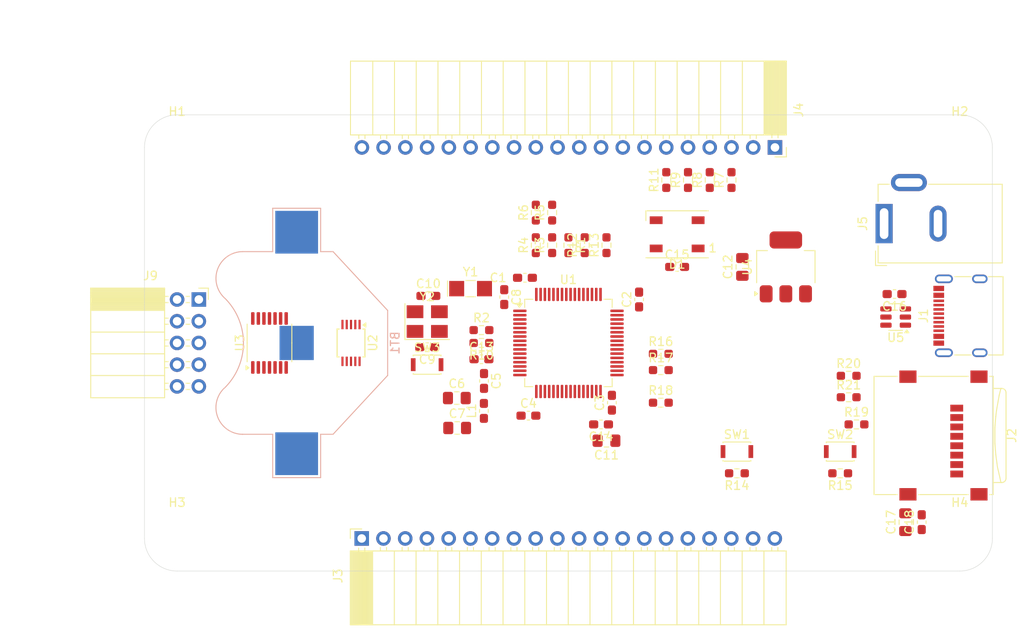
<source format=kicad_pcb>
(kicad_pcb (version 20240108) (generator "pcbnew") (generator_version "8.0")
  (title_block (title "STM32 EXPLORER BOARD") (date "2024-04-26") (rev "00") (company "Mechatronix Lab") (comment 1 "Eng. André A. M. Araújo"))
  (layers (0 "F.Cu" signal) (31 "B.Cu" signal) (34 "B.Paste" user) (35 "F.Paste" user) (36 "B.SilkS" user "B.Silkscreen") (37 "F.SilkS" user "F.Silkscreen") (38 "B.Mask" user) (39 "F.Mask" user) (44 "Edge.Cuts" user))
  (net 0 "")
  (net 2 "AIN2")
  (net 5 "AIN7")
  (net 7 "AIN0")
  (net 12 "AIN3")
  (net 18 "AIN1")
  (net 19 "AIN4")
  (net 20 "AIN6")
  (net 25 "AIN5")
  (net 26 "+3.3V")
  (net 27 "+3VBAT")
  (net 28 "+3.3VA")
  (net 29 "GND")
  (net 30 "Net-(U1-BOOT0)")
  (net 31 "Net-(C9-Pad2)")
  (net 32 "Net-(U1-PH1)")
  (net 33 "Net-(U1-PH0)")
  (net 34 "Net-(U1-PC15)")
  (net 35 "Net-(U1-PC14)")
  (net 48 "VCORE")
  (net 81 "USB D+")
  (net 83 "USB D-")
  (net 85 "I2C SCL")
  (net 100 "I2C SDA")
  (net 101 "/MCU PB8")
  (net 102 "/MCU PB9")
  (net 103 "Net-(J4-Pin_5)")
  (net 104 "Net-(J4-Pin_3)")
  (net 105 "Net-(J4-Pin_4)")
  (net 106 "SWCLK")
  (net 107 "SWDIO")
  (net 108 "SWO")
  (net 109 "Net-(J4-Pin_6)")
  (net 110 "NRST")
  (net 111 "BUTTON 2")
  (net 112 "BUTTON LEFT")
  (net 113 "BUTTON UP")
  (net 114 "BUTTON CENTER")
  (net 115 "BUTTON 1")
  (net 116 "BUTTON RIGHT")
  (net 117 "BUTTON DOWN")
  (net 118 "DEBUG TX")
  (net 119 "DEBUG RX")
  (net 120 "Net-(U1-PB6)")
  (net 121 "+5V")
  (net 122 "NEOPIXEL DOUT")
  (net 123 "NEOPIXEL DIN")
  (net 124 "Net-(U1-PB15)")
  (net 127 "VBUS")
  (net 128 "Net-(J1-D+-PadA6)")
  (net 129 "Net-(J1-D--PadA7)")
  (net 130 "Net-(L2-Pad3)")
  (net 131 "Net-(L2-Pad4)")
  (net 132 "SPI NSS")
  (net 133 "SPI SCK")
  (net 134 "Net-(J2-DAT0)")
  (net 135 "SPI MOSI")
  (net 136 "Net-(U1-PA15)")
  (net 137 "Net-(U1-PB14)")
  (net 138 "Net-(U1-PB12)")
  (net 139 "SPI MISO")
  (net 140 "Net-(J2-DAT1)")
  (net 141 "Net-(J2-DAT2)")
  (footprint "LED_SMD:LED_WS2812B_PLCC4_5.0x5.0mm_P3.2mm" (layer "F.Cu") (at 162.7 87.3 180)
    (property "Reference" "D1" (at 0 -3.5 180) (layer "F.SilkS"))
    (property "Value" "WS2812B")
    (fp_text user "1" (at -4.15 -1.6 180) (layer "F.SilkS"))
    (pad "1" smd rect (at -2.45 -1.65 180) (size 1.5 0.9) (layers "F.Cu" "F.Paste" "F.Mask") (net 121 "+5V"))
    (pad "2" smd rect (at -2.45 1.65 180) (size 1.5 0.9) (layers "F.Cu" "F.Paste" "F.Mask") (net 122 "NEOPIXEL DOUT"))
    (pad "3" smd rect (at 2.45 1.65 180) (size 1.5 0.9) (layers "F.Cu" "F.Paste" "F.Mask") (net 29 "GND"))
    (pad "4" smd rect (at 2.45 -1.65 180) (size 1.5 0.9) (layers "F.Cu" "F.Paste" "F.Mask") (net 123 "NEOPIXEL DIN"))
  )
  (footprint "Capacitor_SMD:C_0805_2012Metric_Pad1.18x1.45mm_HandSolder" (layer "F.Cu") (at 137 109.945)
    (property "Reference" "C7" (at 0 -1.68 0) (layer "F.SilkS"))
    (property "Value" "10uF 25V")
    (pad "1" smd roundrect (at -1.0375 0) (size 1.175 1.45) (layers "F.Cu" "F.Paste" "F.Mask") (roundrect_rratio 0.212766) (net 29 "GND"))
    (pad "2" smd roundrect (at 1.0375 0) (size 1.175 1.45) (layers "F.Cu" "F.Paste" "F.Mask") (roundrect_rratio 0.212766) (net 26 "+3.3V"))
  )
  (footprint "Capacitor_SMD:C_0603_1608Metric_Pad1.08x0.95mm_HandSolder" (layer "F.Cu") (at 142.5 94.6375 -90)
    (property "Reference" "C8" (at 0 -1.43 90) (layer "F.SilkS"))
    (property "Value" "100nF 50V")
    (pad "1" smd roundrect (at -0.8625 0 270) (size 1.075 0.95) (layers "F.Cu" "F.Paste" "F.Mask") (net 29 "GND"))
    (pad "2" smd roundrect (at 0.8625 0 270) (size 1.075 0.95) (layers "F.Cu" "F.Paste" "F.Mask") (net 27 "+3VBAT"))
  )
  (footprint "Resistor_SMD:R_0603_1608Metric_Pad0.98x0.95mm_HandSolder" (layer "F.Cu") (at 146.19 84.76 90)
    (property "Reference" "R6" (at 0 -1.43 270) (layer "F.SilkS"))
    (property "Value" "2.2K 1%")
    (pad "1" smd roundrect (at -0.9125 0 90) (size 0.975 0.95) (layers "F.Cu" "F.Paste" "F.Mask") (net 100 "I2C SDA"))
    (pad "2" smd roundrect (at 0.9125 0 90) (size 0.975 0.95) (layers "F.Cu" "F.Paste" "F.Mask") (net 26 "+3.3V"))
  )
  (footprint "Button_Switch_SMD:SW_SPST_CK_KXT3" (layer "F.Cu") (at 181.75 112.7)
    (property "Reference" "SW2" (at 0 -2 0) (layer "F.SilkS"))
    (property "Value" "SW_Push")
    (pad "1" smd rect (at -1.625 0) (size 0.55 1.5) (layers "F.Cu" "F.Paste" "F.Mask") (net 29 "GND"))
    (pad "2" smd rect (at 1.625 0) (size 0.55 1.5) (layers "F.Cu" "F.Paste" "F.Mask") (net 111 "BUTTON 2"))
  )
  (footprint "Package_TO_SOT_SMD:SOT-23-6" (layer "F.Cu") (at 188.2325 96.97 180)
    (property "Reference" "U5" (at 0 -2.4 180) (layer "F.SilkS"))
    (property "Value" "USBLC6-2SC6")
    (pad "1" smd roundrect (at -1.1375 -0.95 180) (size 1.325 0.6) (layers "F.Cu" "F.Paste" "F.Mask") (net 128 "Net-(J1-D+-PadA6)"))
    (pad "2" smd roundrect (at -1.1375 0 180) (size 1.325 0.6) (layers "F.Cu" "F.Paste" "F.Mask") (net 29 "GND"))
    (pad "3" smd roundrect (at -1.1375 0.95 180) (size 1.325 0.6) (layers "F.Cu" "F.Paste" "F.Mask") (net 129 "Net-(J1-D--PadA7)"))
    (pad "4" smd roundrect (at 1.1375 0.95 180) (size 1.325 0.6) (layers "F.Cu" "F.Paste" "F.Mask") (net 131 "Net-(L2-Pad4)"))
    (pad "5" smd roundrect (at 1.1375 0 180) (size 1.325 0.6) (layers "F.Cu" "F.Paste" "F.Mask") (net 127 "VBUS"))
    (pad "6" smd roundrect (at 1.1375 -0.95 180) (size 1.325 0.6) (layers "F.Cu" "F.Paste" "F.Mask") (net 130 "Net-(L2-Pad3)"))
  )
  (footprint "Resistor_SMD:R_0603_1608Metric_Pad0.98x0.95mm_HandSolder" (layer "F.Cu") (at 182.7425 106.35)
    (property "Reference" "R21" (at 0 -1.43 0) (layer "F.SilkS"))
    (property "Value" "10K 1%")
    (pad "1" smd roundrect (at -0.9125 0) (size 0.975 0.95) (layers "F.Cu" "F.Paste" "F.Mask") (net 140 "Net-(J2-DAT1)"))
    (pad "2" smd roundrect (at 0.9125 0) (size 0.975 0.95) (layers "F.Cu" "F.Paste" "F.Mask") (net 26 "+3.3V"))
  )
  (footprint "Connector_USB:USB_C_Receptacle_G-Switch_GT-USB-7010ASV" (layer "F.Cu") (at 196.99 96.825 90)
    (property "Reference" "J1" (at 0 -5.5 -90) (layer "F.SilkS"))
    (property "Value" "USB_C_Receptacle_USB2.0_16P")
    (pad "" np_thru_hole circle (at -2.89 -2.605 90) (size 0.65 0.65) (drill 0.65) (layers "*.Cu" "*.Mask"))
    (pad "" np_thru_hole circle (at 2.89 -2.605 90) (size 0.65 0.65) (drill 0.65) (layers "*.Cu" "*.Mask"))
    (pad "A1" smd rect (at -3.2 -3.725 90) (size 0.6 1.24) (layers "F.Cu" "F.Paste" "F.Mask") (net 29 "GND"))
    (pad "A4" smd rect (at -2.4 -3.725 90) (size 0.6 1.24) (layers "F.Cu" "F.Paste" "F.Mask") (net 127 "VBUS"))
    (pad "A5" smd rect (at -1.25 -3.725 90) (size 0.3 1.24) (layers "F.Cu" "F.Paste" "F.Mask"))
    (pad "A6" smd rect (at -0.25 -3.725 90) (size 0.3 1.24) (layers "F.Cu" "F.Paste" "F.Mask") (net 128 "Net-(J1-D+-PadA6)"))
    (pad "A7" smd rect (at 0.25 -3.725 90) (size 0.3 1.24) (layers "F.Cu" "F.Paste" "F.Mask") (net 129 "Net-(J1-D--PadA7)"))
    (pad "A8" smd rect (at 1.25 -3.725 90) (size 0.3 1.24) (layers "F.Cu" "F.Paste" "F.Mask"))
    (pad "A9" smd rect (at 2.4 -3.725 90) (size 0.6 1.24) (layers "F.Cu" "F.Paste" "F.Mask") (net 127 "VBUS"))
    (pad "A12" smd rect (at 3.2 -3.725 90) (size 0.6 1.24) (layers "F.Cu" "F.Paste" "F.Mask") (net 29 "GND"))
    (pad "B1" smd rect (at 3.2 -3.725 90) (size 0.6 1.24) (layers "F.Cu" "F.Paste" "F.Mask") (net 29 "GND"))
    (pad "B4" smd rect (at 2.4 -3.725 90) (size 0.6 1.24) (layers "F.Cu" "F.Paste" "F.Mask") (net 127 "VBUS"))
    (pad "B5" smd rect (at 1.75 -3.725 90) (size 0.3 1.24) (layers "F.Cu" "F.Paste" "F.Mask"))
    (pad "B6" smd rect (at 0.75 -3.725 90) (size 0.3 1.24) (layers "F.Cu" "F.Paste" "F.Mask") (net 128 "Net-(J1-D+-PadA6)"))
    (pad "B7" smd rect (at -0.75 -3.725 90) (size 0.3 1.24) (layers "F.Cu" "F.Paste" "F.Mask") (net 129 "Net-(J1-D--PadA7)"))
    (pad "B8" smd rect (at -1.75 -3.725 90) (size 0.3 1.24) (layers "F.Cu" "F.Paste" "F.Mask"))
    (pad "B9" smd rect (at -2.4 -3.725 90) (size 0.6 1.24) (layers "F.Cu" "F.Paste" "F.Mask") (net 127 "VBUS"))
    (pad "B12" smd rect (at -3.2 -3.725 90) (size 0.6 1.24) (layers "F.Cu" "F.Paste" "F.Mask") (net 29 "GND"))
    (pad "S1" thru_hole oval (at -4.32 -3.125 90) (size 1 2.1) (drill oval 0.6 1.7) (layers "*.Cu" "*.Mask"))
    (pad "S1" thru_hole oval (at -4.32 1.075 90) (size 1 1.8) (drill oval 0.6 1.4) (layers "*.Cu" "*.Mask"))
    (pad "S1" thru_hole oval (at 4.32 -3.125 90) (size 1 2.1) (drill oval 0.6 1.7) (layers "*.Cu" "*.Mask"))
    (pad "S1" thru_hole oval (at 4.32 1.075 90) (size 1 1.8) (drill oval 0.6 1.4) (layers "*.Cu" "*.Mask"))
  )
  (footprint "Package_SO:TSSOP-10_3x3mm_P0.5mm" (layer "F.Cu") (at 124.6 100 -90)
    (property "Reference" "U2" (at 0 -2.55 90) (layer "F.SilkS"))
    (property "Value" "ADS1115IDGS")
    (pad "1" smd rect (at -2.15 -1 270) (size 1.1 0.25) (layers "F.Cu" "F.Paste" "F.Mask"))
    (pad "2" smd rect (at -2.15 -0.5 270) (size 1.1 0.25) (layers "F.Cu" "F.Paste" "F.Mask"))
    (pad "3" smd rect (at -2.15 0 270) (size 1.1 0.25) (layers "F.Cu" "F.Paste" "F.Mask") (net 29 "GND"))
    (pad "4" smd rect (at -2.15 0.5 270) (size 1.1 0.25) (layers "F.Cu" "F.Paste" "F.Mask"))
    (pad "5" smd rect (at -2.15 1 270) (size 1.1 0.25) (layers "F.Cu" "F.Paste" "F.Mask"))
    (pad "6" smd rect (at 2.15 1 270) (size 1.1 0.25) (layers "F.Cu" "F.Paste" "F.Mask"))
    (pad "7" smd rect (at 2.15 0.5 270) (size 1.1 0.25) (layers "F.Cu" "F.Paste" "F.Mask"))
    (pad "8" smd rect (at 2.15 0 270) (size 1.1 0.25) (layers "F.Cu" "F.Paste" "F.Mask") (net 26 "+3.3V"))
    (pad "9" smd rect (at 2.15 -0.5 270) (size 1.1 0.25) (layers "F.Cu" "F.Paste" "F.Mask") (net 100 "I2C SDA"))
    (pad "10" smd rect (at 2.15 -1 270) (size 1.1 0.25) (layers "F.Cu" "F.Paste" "F.Mask") (net 85 "I2C SCL"))
  )
  (footprint "Resistor_SMD:R_0603_1608Metric_Pad0.98x0.95mm_HandSolder" (layer "F.Cu") (at 139.84 98.5)
    (property "Reference" "R2" (at 0 -1.43 0) (layer "F.SilkS"))
    (property "Value" "0R")
    (pad "1" smd roundrect (at -0.9125 0) (size 0.975 0.95) (layers "F.Cu" "F.Paste" "F.Mask") (net 31 "Net-(C9-Pad2)"))
    (pad "2" smd roundrect (at 0.9125 0) (size 0.975 0.95) (layers "F.Cu" "F.Paste" "F.Mask") (net 32 "Net-(U1-PH1)"))
  )
  (footprint "Connector_BarrelJack:BarrelJack_GCT_DCJ200-10-A_Horizontal" (layer "F.Cu") (at 186.88 86.045 90)
    (property "Reference" "J5" (at 0 -2.5 90) (layer "F.SilkS"))
    (property "Value" "Jack-DC")
    (pad "1" thru_hole rect (at 0 0 90) (size 4.6 2) (drill oval 3.6 1) (layers "*.Cu" "*.Mask"))
    (pad "2" thru_hole oval (at 0 6.3 90) (size 4.2 2) (drill oval 3.2 1) (layers "*.Cu" "*.Mask"))
    (pad "3" thru_hole oval (at 4.8 2.9 90) (size 2 4.2) (drill oval 1 3.2) (layers "*.Cu" "*.Mask"))
  )
  (footprint "Resistor_SMD:R_0603_1608Metric_Pad0.98x0.95mm_HandSolder" (layer "F.Cu") (at 139.84 100 180)
    (property "Reference" "R10" (at 0 -1.43 180) (layer "F.SilkS"))
    (property "Value" "10K 1%")
    (pad "1" smd roundrect (at -0.9125 0 180) (size 0.975 0.95) (layers "F.Cu" "F.Paste" "F.Mask") (net 110 "NRST"))
    (pad "2" smd roundrect (at 0.9125 0 180) (size 0.975 0.95) (layers "F.Cu" "F.Paste" "F.Mask") (net 26 "+3.3V"))
  )
  (footprint "Capacitor_SMD:C_0603_1608Metric_Pad1.08x0.95mm_HandSolder" (layer "F.Cu") (at 145.3275 108.5)
    (property "Reference" "C4" (at 0 -1.43 0) (layer "F.SilkS"))
    (property "Value" "100nF 50V")
    (pad "1" smd roundrect (at -0.8625 0) (size 1.075 0.95) (layers "F.Cu" "F.Paste" "F.Mask") (net 29 "GND"))
    (pad "2" smd roundrect (at 0.8625 0) (size 1.075 0.95) (layers "F.Cu" "F.Paste" "F.Mask") (net 26 "+3.3V"))
  )
  (footprint "Package_QFP:LQFP-64_10x10mm_P0.5mm" (layer "F.Cu") (at 150 100)
    (property "Reference" "U1" (at 0 -7.4 0) (layer "F.SilkS"))
    (property "Value" "STM32F411RETx")
    (pad "1" smd roundrect (at -5.675 -3.75) (size 1.55 0.3) (layers "F.Cu" "F.Paste" "F.Mask") (net 27 "+3VBAT"))
    (pad "2" smd roundrect (at -5.675 -3.25) (size 1.55 0.3) (layers "F.Cu" "F.Paste" "F.Mask"))
    (pad "3" smd roundrect (at -5.675 -2.75) (size 1.55 0.3) (layers "F.Cu" "F.Paste" "F.Mask") (net 35 "Net-(U1-PC14)"))
    (pad "4" smd roundrect (at -5.675 -2.25) (size 1.55 0.3) (layers "F.Cu" "F.Paste" "F.Mask") (net 34 "Net-(U1-PC15)"))
    (pad "5" smd roundrect (at -5.675 -1.75) (size 1.55 0.3) (layers "F.Cu" "F.Paste" "F.Mask") (net 33 "Net-(U1-PH0)"))
    (pad "6" smd roundrect (at -5.675 -1.25) (size 1.55 0.3) (layers "F.Cu" "F.Paste" "F.Mask") (net 32 "Net-(U1-PH1)"))
    (pad "7" smd roundrect (at -5.675 -0.75) (size 1.55 0.3) (layers "F.Cu" "F.Paste" "F.Mask") (net 110 "NRST"))
    (pad "8" smd roundrect (at -5.675 -0.25) (size 1.55 0.3) (layers "F.Cu" "F.Paste" "F.Mask"))
    (pad "9" smd roundrect (at -5.675 0.25) (size 1.55 0.3) (layers "F.Cu" "F.Paste" "F.Mask"))
    (pad "10" smd roundrect (at -5.675 0.75) (size 1.55 0.3) (layers "F.Cu" "F.Paste" "F.Mask"))
    (pad "11" smd roundrect (at -5.675 1.25) (size 1.55 0.3) (layers "F.Cu" "F.Paste" "F.Mask"))
    (pad "12" smd roundrect (at -5.675 1.75) (size 1.55 0.3) (layers "F.Cu" "F.Paste" "F.Mask") (net 29 "GND"))
    (pad "13" smd roundrect (at -5.675 2.25) (size 1.55 0.3) (layers "F.Cu" "F.Paste" "F.Mask") (net 28 "+3.3VA"))
    (pad "14" smd roundrect (at -5.675 2.75) (size 1.55 0.3) (layers "F.Cu" "F.Paste" "F.Mask") (net 7 "AIN0"))
    (pad "15" smd roundrect (at -5.675 3.25) (size 1.55 0.3) (layers "F.Cu" "F.Paste" "F.Mask") (net 18 "AIN1"))
    (pad "16" smd roundrect (at -5.675 3.75) (size 1.55 0.3) (layers "F.Cu" "F.Paste" "F.Mask") (net 2 "AIN2"))
    (pad "17" smd roundrect (at -3.75 5.675) (size 0.3 1.55) (layers "F.Cu" "F.Paste" "F.Mask") (net 12 "AIN3"))
    (pad "18" smd roundrect (at -3.25 5.675) (size 0.3 1.55) (layers "F.Cu" "F.Paste" "F.Mask") (net 29 "GND"))
    (pad "19" smd roundrect (at -2.75 5.675) (size 0.3 1.55) (layers "F.Cu" "F.Paste" "F.Mask") (net 26 "+3.3V"))
    (pad "20" smd roundrect (at -2.25 5.675) (size 0.3 1.55) (layers "F.Cu" "F.Paste" "F.Mask") (net 19 "AIN4"))
    (pad "21" smd roundrect (at -1.75 5.675) (size 0.3 1.55) (layers "F.Cu" "F.Paste" "F.Mask") (net 25 "AIN5"))
    (pad "22" smd roundrect (at -1.25 5.675) (size 0.3 1.55) (layers "F.Cu" "F.Paste" "F.Mask") (net 20 "AIN6"))
    (pad "23" smd roundrect (at -0.75 5.675) (size 0.3 1.55) (layers "F.Cu" "F.Paste" "F.Mask") (net 5 "AIN7"))
    (pad "24" smd roundrect (at -0.25 5.675) (size 0.3 1.55) (layers "F.Cu" "F.Paste" "F.Mask") (net 112 "BUTTON LEFT"))
    (pad "25" smd roundrect (at 0.25 5.675) (size 0.3 1.55) (layers "F.Cu" "F.Paste" "F.Mask") (net 116 "BUTTON RIGHT"))
    (pad "26" smd roundrect (at 0.75 5.675) (size 0.3 1.55) (layers "F.Cu" "F.Paste" "F.Mask") (net 113 "BUTTON UP"))
    (pad "27" smd roundrect (at 1.25 5.675) (size 0.3 1.55) (layers "F.Cu" "F.Paste" "F.Mask") (net 117 "BUTTON DOWN"))
    (pad "28" smd roundrect (at 1.75 5.675) (size 0.3 1.55) (layers "F.Cu" "F.Paste" "F.Mask") (net 114 "BUTTON CENTER"))
    (pad "29" smd roundrect (at 2.25 5.675) (size 0.3 1.55) (layers "F.Cu" "F.Paste" "F.Mask"))
    (pad "30" smd roundrect (at 2.75 5.675) (size 0.3 1.55) (layers "F.Cu" "F.Paste" "F.Mask") (net 48 "VCORE"))
    (pad "31" smd roundrect (at 3.25 5.675) (size 0.3 1.55) (layers "F.Cu" "F.Paste" "F.Mask") (net 29 "GND"))
    (pad "32" smd roundrect (at 3.75 5.675) (size 0.3 1.55) (layers "F.Cu" "F.Paste" "F.Mask") (net 26 "+3.3V"))
    (pad "33" smd roundrect (at 5.675 3.75) (size 1.55 0.3) (layers "F.Cu" "F.Paste" "F.Mask") (net 138 "Net-(U1-PB12)"))
    (pad "34" smd roundrect (at 5.675 3.25) (size 1.55 0.3) (layers "F.Cu" "F.Paste" "F.Mask") (net 139 "SPI MISO"))
    (pad "35" smd roundrect (at 5.675 2.75) (size 1.55 0.3) (layers "F.Cu" "F.Paste" "F.Mask") (net 137 "Net-(U1-PB14)"))
    (pad "36" smd roundrect (at 5.675 2.25) (size 1.55 0.3) (layers "F.Cu" "F.Paste" "F.Mask") (net 124 "Net-(U1-PB15)"))
    (pad "37" smd roundrect (at 5.675 1.75) (size 1.55 0.3) (layers "F.Cu" "F.Paste" "F.Mask"))
    (pad "38" smd roundrect (at 5.675 1.25) (size 1.55 0.3) (layers "F.Cu" "F.Paste" "F.Mask"))
    (pad "39" smd roundrect (at 5.675 0.75) (size 1.55 0.3) (layers "F.Cu" "F.Paste" "F.Mask"))
    (pad "40" smd roundrect (at 5.675 0.25) (size 1.55 0.3) (layers "F.Cu" "F.Paste" "F.Mask"))
    (pad "41" smd roundrect (at 5.675 -0.25) (size 1.55 0.3) (layers "F.Cu" "F.Paste" "F.Mask") (net 115 "BUTTON 1"))
    (pad "42" smd roundrect (at 5.675 -0.75) (size 1.55 0.3) (layers "F.Cu" "F.Paste" "F.Mask") (net 111 "BUTTON 2"))
    (pad "43" smd roundrect (at 5.675 -1.25) (size 1.55 0.3) (layers "F.Cu" "F.Paste" "F.Mask"))
    (pad "44" smd roundrect (at 5.675 -1.75) (size 1.55 0.3) (layers "F.Cu" "F.Paste" "F.Mask") (net 83 "USB D-"))
    (pad "45" smd roundrect (at 5.675 -2.25) (size 1.55 0.3) (layers "F.Cu" "F.Paste" "F.Mask") (net 81 "USB D+"))
    (pad "46" smd roundrect (at 5.675 -2.75) (size 1.55 0.3) (layers "F.Cu" "F.Paste" "F.Mask") (net 107 "SWDIO"))
    (pad "47" smd roundrect (at 5.675 -3.25) (size 1.55 0.3) (layers "F.Cu" "F.Paste" "F.Mask") (net 29 "GND"))
    (pad "48" smd roundrect (at 5.675 -3.75) (size 1.55 0.3) (layers "F.Cu" "F.Paste" "F.Mask") (net 26 "+3.3V"))
    (pad "49" smd roundrect (at 3.75 -5.675) (size 0.3 1.55) (layers "F.Cu" "F.Paste" "F.Mask") (net 106 "SWCLK"))
    (pad "50" smd roundrect (at 3.25 -5.675) (size 0.3 1.55) (layers "F.Cu" "F.Paste" "F.Mask") (net 136 "Net-(U1-PA15)"))
    (pad "51" smd roundrect (at 2.75 -5.675) (size 0.3 1.55) (layers "F.Cu" "F.Paste" "F.Mask"))
    (pad "52" smd roundrect (at 2.25 -5.675) (size 0.3 1.55) (layers "F.Cu" "F.Paste" "F.Mask"))
    (pad "53" smd roundrect (at 1.75 -5.675) (size 0.3 1.55) (layers "F.Cu" "F.Paste" "F.Mask"))
    (pad "54" smd roundrect (at 1.25 -5.675) (size 0.3 1.55) (layers "F.Cu" "F.Paste" "F.Mask"))
    (pad "55" smd roundrect (at 0.75 -5.675) (size 0.3 1.55) (layers "F.Cu" "F.Paste" "F.Mask") (net 108 "SWO"))
    (pad "56" smd roundrect (at 0.25 -5.675) (size 0.3 1.55) (layers "F.Cu" "F.Paste" "F.Mask"))
    (pad "57" smd roundrect (at -0.25 -5.675) (size 0.3 1.55) (layers "F.Cu" "F.Paste" "F.Mask"))
    (pad "58" smd roundrect (at -0.75 -5.675) (size 0.3 1.55) (layers "F.Cu" "F.Paste" "F.Mask") (net 120 "Net-(U1-PB6)"))
    (pad "59" smd roundrect (at -1.25 -5.675) (size 0.3 1.55) (layers "F.Cu" "F.Paste" "F.Mask") (net 119 "DEBUG RX"))
    (pad "60" smd roundrect (at -1.75 -5.675) (size 0.3 1.55) (layers "F.Cu" "F.Paste" "F.Mask") (net 30 "Net-(U1-BOOT0)"))
    (pad "61" smd roundrect (at -2.25 -5.675) (size 0.3 1.55) (layers "F.Cu" "F.Paste" "F.Mask") (net 101 "/MCU PB8"))
    (pad "62" smd roundrect (at -2.75 -5.675) (size 0.3 1.55) (layers "F.Cu" "F.Paste" "F.Mask") (net 102 "/MCU PB9"))
    (pad "63" smd roundrect (at -3.25 -5.675) (size 0.3 1.55) (layers "F.Cu" "F.Paste" "F.Mask") (net 29 "GND"))
    (pad "64" smd roundrect (at -3.75 -5.675) (size 0.3 1.55) (layers "F.Cu" "F.Paste" "F.Mask") (net 26 "+3.3V"))
  )
  (footprint "Crystal:Crystal_SMD_EuroQuartz_MT-4Pin_3.2x2.5mm_HandSoldering" (layer "F.Cu") (at 133.5 97.5)
    (property "Reference" "Y2" (at 0 -2.9 0) (layer "F.SilkS"))
    (property "Value" "8MHz xpF")
    (pad "1" smd rect (at -1.425 1.15) (size 1.95 1.5) (layers "F.Cu" "F.Paste" "F.Mask") (net 31 "Net-(C9-Pad2)"))
    (pad "2" smd rect (at 1.425 1.15) (size 1.95 1.5) (layers "F.Cu" "F.Paste" "F.Mask") (net 29 "GND"))
    (pad "3" smd rect (at 1.425 -1.15) (size 1.95 1.5) (layers "F.Cu" "F.Paste" "F.Mask") (net 33 "Net-(U1-PH0)"))
    (pad "4" smd rect (at -1.425 -1.15) (size 1.95 1.5) (layers "F.Cu" "F.Paste" "F.Mask") (net 29 "GND"))
  )
  (footprint "MountingHole:MountingHole_3.2mm_M3" (layer "F.Cu") (at 195.72 122.86)
    (property "Reference" "H4" (at 0 -4.2 0) (layer "F.SilkS"))
    (property "Value" "MountingHole")
    (pad "" np_thru_hole circle (at 0 0) (size 3.2 3.2) (drill 3.2) (layers "*.Cu" "*.Mask"))
  )
  (footprint "Resistor_SMD:R_0603_1608Metric_Pad0.98x0.95mm_HandSolder" (layer "F.Cu") (at 182.7425 103.84)
    (property "Reference" "R20" (at 0 -1.43 0) (layer "F.SilkS"))
    (property "Value" "10K 1%")
    (pad "1" smd roundrect (at -0.9125 0) (size 0.975 0.95) (layers "F.Cu" "F.Paste" "F.Mask") (net 141 "Net-(J2-DAT2)"))
    (pad "2" smd roundrect (at 0.9125 0) (size 0.975 0.95) (layers "F.Cu" "F.Paste" "F.Mask") (net 26 "+3.3V"))
  )
  (footprint "MountingHole:MountingHole_3.2mm_M3" (layer "F.Cu") (at 104.28 77.14)
    (property "Reference" "H1" (at 0 -4.2 0) (layer "F.SilkS"))
    (property "Value" "MountingHole")
    (pad "" np_thru_hole circle (at 0 0) (size 3.2 3.2) (drill 3.2) (layers "*.Cu" "*.Mask"))
  )
  (footprint "Resistor_SMD:R_0603_1608Metric_Pad0.98x0.95mm_HandSolder" (layer "F.Cu") (at 181.75 115.24 180)
    (property "Reference" "R15" (at 0 -1.43 180) (layer "F.SilkS"))
    (property "Value" "10K 1%")
    (pad "1" smd roundrect (at -0.9125 0 180) (size 0.975 0.95) (layers "F.Cu" "F.Paste" "F.Mask") (net 111 "BUTTON 2"))
    (pad "2" smd roundrect (at 0.9125 0 180) (size 0.975 0.95) (layers "F.Cu" "F.Paste" "F.Mask") (net 26 "+3.3V"))
  )
  (footprint "Connector_PinSocket_2.54mm:PinSocket_1x20_P2.54mm_Horizontal" (layer "F.Cu") (at 174.13 77.14 -90)
    (property "Reference" "J4" (at -4.38 -2.77 90) (layer "F.SilkS"))
    (property "Value" "Conn_01x20_Socket")
    (pad "1" thru_hole rect (at 0 0 270) (size 1.7 1.7) (drill 1) (layers "*.Cu" "*.Mask") (net 26 "+3.3V"))
    (pad "2" thru_hole oval (at 0 2.54 270) (size 1.7 1.7) (drill 1) (layers "*.Cu" "*.Mask") (net 29 "GND"))
    (pad "3" thru_hole oval (at 0 5.08 270) (size 1.7 1.7) (drill 1) (layers "*.Cu" "*.Mask") (net 104 "Net-(J4-Pin_3)"))
    (pad "4" thru_hole oval (at 0 7.62 270) (size 1.7 1.7) (drill 1) (layers "*.Cu" "*.Mask") (net 105 "Net-(J4-Pin_4)"))
    (pad "5" thru_hole oval (at 0 10.16 270) (size 1.7 1.7) (drill 1) (layers "*.Cu" "*.Mask") (net 103 "Net-(J4-Pin_5)"))
    (pad "6" thru_hole oval (at 0 12.7 270) (size 1.7 1.7) (drill 1) (layers "*.Cu" "*.Mask") (net 109 "Net-(J4-Pin_6)"))
    (pad "7" thru_hole oval (at 0 15.24 270) (size 1.7 1.7) (drill 1) (layers "*.Cu" "*.Mask") (net 118 "DEBUG TX"))
    (pad "8" thru_hole oval (at 0 17.78 270) (size 1.7 1.7) (drill 1) (layers "*.Cu" "*.Mask") (net 119 "DEBUG RX"))
    (pad "9" thru_hole oval (at 0 20.32 270) (size 1.7 1.7) (drill 1) (layers "*.Cu" "*.Mask") (net 85 "I2C SCL"))
    (pad "10" thru_hole oval (at 0 22.86 270) (size 1.7 1.7) (drill 1) (layers "*.Cu" "*.Mask") (net 100 "I2C SDA"))
    (pad "11" thru_hole oval (at 0 25.4 270) (size 1.7 1.7) (drill 1) (layers "*.Cu" "*.Mask"))
    (pad "12" thru_hole oval (at 0 27.94 270) (size 1.7 1.7) (drill 1) (layers "*.Cu" "*.Mask"))
    (pad "13" thru_hole oval (at 0 30.48 270) (size 1.7 1.7) (drill 1) (layers "*.Cu" "*.Mask"))
    (pad "14" thru_hole oval (at 0 33.02 270) (size 1.7 1.7) (drill 1) (layers "*.Cu" "*.Mask"))
    (pad "15" thru_hole oval (at 0 35.56 270) (size 1.7 1.7) (drill 1) (layers "*.Cu" "*.Mask"))
    (pad "16" thru_hole oval (at 0 38.1 270) (size 1.7 1.7) (drill 1) (layers "*.Cu" "*.Mask"))
    (pad "17" thru_hole oval (at 0 40.64 270) (size 1.7 1.7) (drill 1) (layers "*.Cu" "*.Mask"))
    (pad "18" thru_hole oval (at 0 43.18 270) (size 1.7 1.7) (drill 1) (layers "*.Cu" "*.Mask"))
    (pad "19" thru_hole oval (at 0 45.72 270) (size 1.7 1.7) (drill 1) (layers "*.Cu" "*.Mask"))
    (pad "20" thru_hole oval (at 0 48.26 270) (size 1.7 1.7) (drill 1) (layers "*.Cu" "*.Mask"))
  )
  (footprint "Capacitor_SMD:C_0603_1608Metric_Pad1.08x0.95mm_HandSolder" (layer "F.Cu") (at 158.255 94.92 90)
    (property "Reference" "C2" (at 0 -1.43 -90) (layer "F.SilkS"))
    (property "Value" "100nF 50V")
    (pad "1" smd roundrect (at -0.8625 0 90) (size 1.075 0.95) (layers "F.Cu" "F.Paste" "F.Mask") (net 29 "GND"))
    (pad "2" smd roundrect (at 0.8625 0 90) (size 1.075 0.95) (layers "F.Cu" "F.Paste" "F.Mask") (net 26 "+3.3V"))
  )
  (footprint "Capacitor_SMD:C_0603_1608Metric_Pad1.08x0.95mm_HandSolder" (layer "F.Cu") (at 153.81 109.525 180)
    (property "Reference" "C14" (at 0 -1.43 180) (layer "F.SilkS"))
    (property "Value" "100nF 50V")
    (pad "1" smd roundrect (at -0.8625 0 180) (size 1.075 0.95) (layers "F.Cu" "F.Paste" "F.Mask") (net 29 "GND"))
    (pad "2" smd roundrect (at 0.8625 0 180) (size 1.075 0.95) (layers "F.Cu" "F.Paste" "F.Mask") (net 48 "VCORE"))
  )
  (footprint "Capacitor_SMD:C_0603_1608Metric_Pad1.08x0.95mm_HandSolder" (layer "F.Cu") (at 133.6375 94.5)
    (property "Reference" "C10" (at 0 -1.43 0) (layer "F.SilkS"))
    (property "Value" "10pF 50V")
    (pad "1" smd roundrect (at -0.8625 0) (size 1.075 0.95) (layers "F.Cu" "F.Paste" "F.Mask") (net 29 "GND"))
    (pad "2" smd roundrect (at 0.8625 0) (size 1.075 0.95) (layers "F.Cu" "F.Paste" "F.Mask") (net 33 "Net-(U1-PH0)"))
  )
  (footprint "Resistor_SMD:R_0603_1608Metric_Pad0.98x0.95mm_HandSolder" (layer "F.Cu") (at 166.51 80.95 90)
    (property "Reference" "R8" (at 0 -1.43 270) (layer "F.SilkS"))
    (property "Value" "51R 1%")
    (pad "1" smd roundrect (at -0.9125 0 90) (size 0.975 0.95) (layers "F.Cu" "F.Paste" "F.Mask") (net 107 "SWDIO"))
    (pad "2" smd roundrect (at 0.9125 0 90) (size 0.975 0.95) (layers "F.Cu" "F.Paste" "F.Mask") (net 105 "Net-(J4-Pin_4)"))
  )
  (footprint "Resistor_SMD:R_0603_1608Metric_Pad0.98x0.95mm_HandSolder" (layer "F.Cu") (at 160.795 101.27)
    (property "Reference" "R16" (at 0 -1.43 0) (layer "F.SilkS"))
    (property "Value" "51R 1%")
    (pad "1" smd roundrect (at -0.9125 0) (size 0.975 0.95) (layers "F.Cu" "F.Paste" "F.Mask") (net 124 "Net-(U1-PB15)"))
    (pad "2" smd roundrect (at 0.9125 0) (size 0.975 0.95) (layers "F.Cu" "F.Paste" "F.Mask") (net 132 "SPI NSS"))
  )
  (footprint "Resistor_SMD:R_0603_1608Metric_Pad0.98x0.95mm_HandSolder" (layer "F.Cu") (at 151.905 88.57 90)
    (property "Reference" "R12" (at 0 -1.43 270) (layer "F.SilkS"))
    (property "Value" "51R 1%")
    (pad "1" smd roundrect (at -0.9125 0 90) (size 0.975 0.95) (layers "F.Cu" "F.Paste" "F.Mask") (net 120 "Net-(U1-PB6)"))
    (pad "2" smd roundrect (at 0.9125 0 90) (size 0.975 0.95) (layers "F.Cu" "F.Paste" "F.Mask") (net 118 "DEBUG TX"))
  )
  (footprint "Button_Switch_SMD:SW_SPST_CK_KXT3" (layer "F.Cu") (at 133.49 102.54)
    (property "Reference" "SW3" (at 0 -2 360) (layer "F.SilkS"))
    (property "Value" "RST")
    (pad "1" smd rect (at -1.625 0) (size 0.55 1.5) (layers "F.Cu" "F.Paste" "F.Mask") (net 29 "GND"))
    (pad "2" smd rect (at 1.625 0) (size 0.55 1.5) (layers "F.Cu" "F.Paste" "F.Mask") (net 110 "NRST"))
  )
  (footprint "Resistor_SMD:R_0603_1608Metric_Pad0.98x0.95mm_HandSolder" (layer "F.Cu") (at 169.685 115.24 180)
    (property "Reference" "R14" (at 0 -1.43 180) (layer "F.SilkS"))
    (property "Value" "10K 1%")
    (pad "1" smd roundrect (at -0.9125 0 180) (size 0.975 0.95) (layers "F.Cu" "F.Paste" "F.Mask") (net 115 "BUTTON 1"))
    (pad "2" smd roundrect (at 0.9125 0 180) (size 0.975 0.95) (layers "F.Cu" "F.Paste" "F.Mask") (net 26 "+3.3V"))
  )
  (footprint "Capacitor_SMD:C_0603_1608Metric_Pad1.08x0.95mm_HandSolder" (layer "F.Cu") (at 162.7 91.11)
    (property "Reference" "C15" (at 0 -1.43 0) (layer "F.SilkS"))
    (property "Value" "100nF 50V")
    (pad "1" smd roundrect (at -0.8625 0) (size 1.075 0.95) (layers "F.Cu" "F.Paste" "F.Mask") (net 29 "GND"))
    (pad "2" smd roundrect (at 0.8625 0) (size 1.075 0.95) (layers "F.Cu" "F.Paste" "F.Mask") (net 121 "+5V"))
  )
  (footprint "Capacitor_SMD:C_0603_1608Metric_Pad1.08x0.95mm_HandSolder" (layer "F.Cu") (at 139.84 101.905)
    (property "Reference" "C13" (at 0 -1.43 0) (layer "F.SilkS"))
    (property "Value" "100nF 50V")
    (pad "1" smd roundrect (at -0.8625 0) (size 1.075 0.95) (layers "F.Cu" "F.Paste" "F.Mask") (net 29 "GND"))
    (pad "2" smd roundrect (at 0.8625 0) (size 1.075 0.95) (layers "F.Cu" "F.Paste" "F.Mask") (net 110 "NRST"))
  )
  (footprint "Resistor_SMD:R_0603_1608Metric_Pad0.98x0.95mm_HandSolder" (layer "F.Cu") (at 160.795 103.175)
    (property "Reference" "R17" (at 0 -1.43 0) (layer "F.SilkS"))
    (property "Value" "51R 1%")
    (pad "1" smd roundrect (at -0.9125 0) (size 0.975 0.95) (layers "F.Cu" "F.Paste" "F.Mask") (net 137 "Net-(U1-PB14)"))
    (pad "2" smd roundrect (at 0.9125 0) (size 0.975 0.95) (layers "F.Cu" "F.Paste" "F.Mask") (net 133 "SPI SCK"))
  )
  (footprint "Button_Switch_SMD:SW_SPST_CK_KXT3" (layer "F.Cu") (at 169.685 112.7)
    (property "Reference" "SW1" (at 0 -2 0) (layer "F.SilkS"))
    (property "Value" "SW_Push")
    (pad "1" smd rect (at -1.625 0) (size 0.55 1.5) (layers "F.Cu" "F.Paste" "F.Mask") (net 29 "GND"))
    (pad "2" smd rect (at 1.625 0) (size 0.55 1.5) (layers "F.Cu" "F.Paste" "F.Mask") (net 115 "BUTTON 1"))
  )
  (footprint "Capacitor_SMD:C_0603_1608Metric_Pad1.08x0.95mm_HandSolder" (layer "F.Cu") (at 191.275 120.955 90)
    (property "Reference" "C18" (at 0 -1.43 270) (layer "F.SilkS"))
    (property "Value" "100nF 50V")
    (pad "1" smd roundrect (at -0.8625 0 90) (size 1.075 0.95) (layers "F.Cu" "F.Paste" "F.Mask") (net 29 "GND"))
    (pad "2" smd roundrect (at 0.8625 0 90) (size 1.075 0.95) (layers "F.Cu" "F.Paste" "F.Mask") (net 26 "+3.3V"))
  )
  (footprint "Package_TO_SOT_SMD:SOT-223-3_TabPin2" (layer "F.Cu") (at 175.4 91.11 90)
    (property "Reference" "U4" (at 0 -4.5 270) (layer "F.SilkS"))
    (property "Value" "AMS1117-3.3")
    (pad "1" smd roundrect (at -3.15 -2.3 90) (size 2 1.5) (layers "F.Cu" "F.Paste" "F.Mask") (net 29 "GND"))
    (pad "2" smd roundrect (at -3.15 0 90) (size 2 1.5) (layers "F.Cu" "F.Paste" "F.Mask") (net 26 "+3.3V"))
    (pad "2" smd roundrect (at 3.15 0 90) (size 2 3.8) (layers "F.Cu" "F.Paste" "F.Mask") (net 26 "+3.3V"))
    (pad "3" smd roundrect (at -3.15 2.3 90) (size 2 1.5) (layers "F.Cu" "F.Paste" "F.Mask"))
  )
  (footprint "Resistor_SMD:R_0603_1608Metric_Pad0.98x0.95mm_HandSolder" (layer "F.Cu") (at 183.655 109.525)
    (property "Reference" "R19" (at 0 -1.43 0) (layer "F.SilkS"))
    (property "Value" "51R 1%")
    (pad "1" smd roundrect (at -0.9125 0) (size 0.975 0.95) (layers "F.Cu" "F.Paste" "F.Mask") (net 139 "SPI MISO"))
    (pad "2" smd roundrect (at 0.9125 0) (size 0.975 0.95) (layers "F.Cu" "F.Paste" "F.Mask") (net 134 "Net-(J2-DAT0)"))
  )
  (footprint "Capacitor_SMD:C_0603_1608Metric_Pad1.08x0.95mm_HandSolder" (layer "F.Cu") (at 155.08 106.985 90)
    (property "Reference" "C3" (at 0 -1.43 270) (layer "F.SilkS"))
    (property "Value" "100nF 50V")
    (pad "1" smd roundrect (at -0.8625 0 90) (size 1.075 0.95) (layers "F.Cu" "F.Paste" "F.Mask") (net 29 "GND"))
    (pad "2" smd roundrect (at 0.8625 0 90) (size 1.075 0.95) (layers "F.Cu" "F.Paste" "F.Mask") (net 26 "+3.3V"))
  )
  (footprint "Capacitor_SMD:C_0603_1608Metric_Pad1.08x0.95mm_HandSolder" (layer "F.Cu") (at 144.92 92.38 180)
    (property "Reference" "C1" (at 3.1375 0 180) (layer "F.SilkS"))
    (property "Value" "100nF 50V")
    (pad "1" smd roundrect (at -0.8625 0 180) (size 1.075 0.95) (layers "F.Cu" "F.Paste" "F.Mask") (net 29 "GND"))
    (pad "2" smd roundrect (at 0.8625 0 180) (size 1.075 0.95) (layers "F.Cu" "F.Paste" "F.Mask") (net 26 "+3.3V"))
  )
  (footprint "Resistor_SMD:R_0603_1608Metric_Pad0.98x0.95mm_HandSolder" (layer "F.Cu") (at 146.19 88.57 90)
    (property "Reference" "R4" (at 0 -1.43 270) (layer "F.SilkS"))
    (property "Value" "51R 1%")
    (pad "1" smd roundrect (at -0.9125 0 90) (size 0.975 0.95) (layers "F.Cu" "F.Paste" "F.Mask") (net 102 "/MCU PB9"))
    (pad "2" smd roundrect (at 0.9125 0 90) (size 0.975 0.95) (layers "F.Cu" "F.Paste" "F.Mask") (net 100 "I2C SDA"))
  )
  (footprint "Inductor_SMD:L_0603_1608Metric_Pad1.05x0.95mm_HandSolder" (layer "F.Cu") (at 140.125 107.945 90)
    (property "Reference" "L1" (at 0 -1.43 -90) (layer "F.SilkS"))
    (property "Value" "L_Small")
    (pad "1" smd roundrect (at -0.875 0 90) (size 1.05 0.95) (layers "F.Cu" "F.Paste" "F.Mask") (net 26 "+3.3V"))
    (pad "2" smd roundrect (at 0.875 0 90) (size 1.05 0.95) (layers "F.Cu" "F.Paste" "F.Mask") (net 28 "+3.3VA"))
  )
  (footprint "Resistor_SMD:R_0603_1608Metric_Pad0.98x0.95mm_HandSolder" (layer "F.Cu") (at 148.095 88.57 90)
    (property "Reference" "R3" (at 0 -1.43 270) (layer "F.SilkS"))
    (property "Value" "51R 1%")
    (pad "1" smd roundrect (at -0.9125 0 90) (size 0.975 0.95) (layers "F.Cu" "F.Paste" "F.Mask") (net 101 "/MCU PB8"))
    (pad "2" smd roundrect (at 0.9125 0 90) (size 0.975 0.95) (layers "F.Cu" "F.Paste" "F.Mask") (net 85 "I2C SCL"))
  )
  (footprint "Capacitor_SMD:C_0603_1608Metric_Pad1.08x0.95mm_HandSolder" (layer "F.Cu") (at 188.1 94.285 180)
    (property "Reference" "C16" (at 0 -1.43 180) (layer "F.SilkS"))
    (property "Value" "100nF 50V")
    (pad "1" smd roundrect (at -0.8625 0 180) (size 1.075 0.95) (layers "F.Cu" "F.Paste" "F.Mask") (net 29 "GND"))
    (pad "2" smd roundrect (at 0.8625 0 180) (size 1.075 0.95) (layers "F.Cu" "F.Paste" "F.Mask") (net 127 "VBUS"))
  )
  (footprint "Resistor_SMD:R_0603_1608Metric_Pad0.98x0.95mm_HandSolder" (layer "F.Cu") (at 169.05 80.95 90)
    (property "Reference" "R7" (at 0 -1.43 270) (layer "F.SilkS"))
    (property "Value" "51R 1%")
    (pad "1" smd roundrect (at -0.9125 0 90) (size 0.975 0.95) (layers "F.Cu" "F.Paste" "F.Mask") (net 106 "SWCLK"))
    (pad "2" smd roundrect (at 0.9125 0 90) (size 0.975 0.95) (layers "F.Cu" "F.Paste" "F.Mask") (net 104 "Net-(J4-Pin_3)"))
  )
  (footprint "MountingHole:MountingHole_3.2mm_M3" (layer "F.Cu") (at 195.72 77.14)
    (property "Reference" "H2" (at 0 -4.2 0) (layer "F.SilkS"))
    (property "Value" "MountingHole")
    (pad "" np_thru_hole circle (at 0 0) (size 3.2 3.2) (drill 3.2) (layers "*.Cu" "*.Mask"))
  )
  (footprint "Capacitor_SMD:C_0805_2012Metric_Pad1.18x1.45mm_HandSolder" (layer "F.Cu") (at 189.37 120.955 90)
    (property "Reference" "C17" (at 0 -1.68 270) (layer "F.SilkS"))
    (property "Value" "10uF 25V")
    (pad "1" smd roundrect (at -1.0375 0 90) (size 1.175 1.45) (layers "F.Cu" "F.Paste" "F.Mask") (roundrect_rratio 0.212766) (net 29 "GND"))
    (pad "2" smd roundrect (at 1.0375 0 90) (size 1.175 1.45) (layers "F.Cu" "F.Paste" "F.Mask") (roundrect_rratio 0.212766) (net 26 "+3.3V"))
  )
  (footprint "Connector_PinSocket_2.54mm:PinSocket_1x20_P2.54mm_Horizontal" (layer "F.Cu") (at 125.85 122.86 90)
    (property "Reference" "J3" (at -4.38 -2.77 -90) (layer "F.SilkS"))
    (property "Value" "Conn_01x20_Socket")
    (pad "1" thru_hole rect (at 0 0 90) (size 1.7 1.7) (drill 1) (layers "*.Cu" "*.Mask"))
    (pad "2" thru_hole oval (at 0 2.54 90) (size 1.7 1.7) (drill 1) (layers "*.Cu" "*.Mask"))
    (pad "3" thru_hole oval (at 0 5.08 90) (size 1.7 1.7) (drill 1) (layers "*.Cu" "*.Mask") (net 7 "AIN0"))
    (pad "4" thru_hole oval (at 0 7.62 90) (size 1.7 1.7) (drill 1) (layers "*.Cu" "*.Mask") (net 18 "AIN1"))
    (pad "5" thru_hole oval (at 0 10.16 90) (size 1.7 1.7) (drill 1) (layers "*.Cu" "*.Mask") (net 2 "AIN2"))
    (pad "6" thru_hole oval (at 0 12.7 90) (size 1.7 1.7) (drill 1) (layers "*.Cu" "*.Mask") (net 12 "AIN3"))
    (pad "7" thru_hole oval (at 0 15.24 90) (size 1.7 1.7) (drill 1) (layers "*.Cu" "*.Mask") (net 19 "AIN4"))
    (pad "8" thru_hole oval (at 0 17.78 90) (size 1.7 1.7) (drill 1) (layers "*.Cu" "*.Mask") (net 25 "AIN5"))
    (pad "9" thru_hole oval (at 0 20.32 90) (size 1.7 1.7) (drill 1) (layers "*.Cu" "*.Mask") (net 20 "AIN6"))
    (pad "10" thru_hole oval (at 0 22.86 90) (size 1.7 1.7) (drill 1) (layers "*.Cu" "*.Mask") (net 5 "AIN7"))
    (pad "11" thru_hole oval (at 0 25.4 90) (size 1.7 1.7) (drill 1) (layers "*.Cu" "*.Mask"))
    (pad "12" thru_hole oval (at 0 27.94 90) (size 1.7 1.7) (drill 1) (layers "*.Cu" "*.Mask"))
    (pad "13" thru_hole oval (at 0 30.48 90) (size 1.7 1.7) (drill 1) (layers "*.Cu" "*.Mask"))
    (pad "14" thru_hole oval (at 0 33.02 90) (size 1.7 1.7) (drill 1) (layers "*.Cu" "*.Mask"))
    (pad "15" thru_hole oval (at 0 35.56 90) (size 1.7 1.7) (drill 1) (layers "*.Cu" "*.Mask"))
    (pad "16" thru_hole oval (at 0 38.1 90) (size 1.7 1.7) (drill 1) (layers "*.Cu" "*.Mask"))
    (pad "17" thru_hole oval (at 0 40.64 90) (size 1.7 1.7) (drill 1) (layers "*.Cu" "*.Mask"))
    (pad "18" thru_hole oval (at 0 43.18 90) (size 1.7 1.7) (drill 1) (layers "*.Cu" "*.Mask"))
    (pad "19" thru_hole oval (at 0 45.72 90) (size 1.7 1.7) (drill 1) (layers "*.Cu" "*.Mask"))
    (pad "20" thru_hole oval (at 0 48.26 90) (size 1.7 1.7) (drill 1) (layers "*.Cu" "*.Mask"))
  )
  (footprint "Resistor_SMD:R_0603_1608Metric_Pad0.98x0.95mm_HandSolder" (layer "F.Cu") (at 154.445 88.57 90)
    (property "Reference" "R13" (at 0 -1.43 270) (layer "F.SilkS"))
    (property "Value" "51R 1%")
    (pad "1" smd roundrect (at -0.9125 0 90) (size 0.975 0.95) (layers "F.Cu" "F.Paste" "F.Mask") (net 136 "Net-(U1-PA15)"))
    (pad "2" smd roundrect (at 0.9125 0 90) (size 0.975 0.95) (layers "F.Cu" "F.Paste" "F.Mask") (net 123 "NEOPIXEL DIN"))
  )
  (footprint "Connector_Card:microSD_HC_Wuerth_693072010801" (layer "F.Cu") (at 193.815 110.82 -90)
    (property "Reference" "J2" (at 0 -7.99 90) (layer "F.SilkS"))
    (property "Value" "Micro_SD_Card")
    (pad "1" smd rect (at -3.2 -1.55 270) (size 0.8 1.5) (layers "F.Cu" "F.Paste" "F.Mask") (net 141 "Net-(J2-DAT2)"))
    (pad "2" smd rect (at -2.1 -1.55 270) (size 0.8 1.5) (layers "F.Cu" "F.Paste" "F.Mask") (net 132 "SPI NSS"))
    (pad "3" smd rect (at -1 -1.55 270) (size 0.8 1.5) (layers "F.Cu" "F.Paste" "F.Mask") (net 135 "SPI MOSI"))
    (pad "4" smd rect (at 0.1 -1.55 270) (size 0.8 1.5) (layers "F.Cu" "F.Paste" "F.Mask") (net 26 "+3.3V"))
    (pad "5" smd rect (at 1.2 -1.55 270) (size 0.8 1.5) (layers "F.Cu" "F.Paste" "F.Mask") (net 133 "SPI SCK"))
    (pad "6" smd rect (at 2.3 -1.55 270) (size 0.8 1.5) (layers "F.Cu" "F.Paste" "F.Mask") (net 29 "GND"))
    (pad "7" smd rect (at 3.4 -1.55 270) (size 0.8 1.5) (layers "F.Cu" "F.Paste" "F.Mask") (net 134 "Net-(J2-DAT0)"))
    (pad "8" smd rect (at 4.5 -1.55 270) (size 0.8 1.5) (layers "F.Cu" "F.Paste" "F.Mask") (net 140 "Net-(J2-DAT1)"))
    (pad "9" smd rect (at -6.875 -4.15 270) (size 1.45 2) (layers "F.Cu" "F.Paste" "F.Mask"))
    (pad "9" smd rect (at -6.875 4.15 270) (size 1.45 2) (layers "F.Cu" "F.Paste" "F.Mask"))
    (pad "9" smd rect (at 6.875 -4.15 270) (size 1.45 2) (layers "F.Cu" "F.Paste" "F.Mask"))
    (pad "9" smd rect (at 6.875 4.15 270) (size 1.45 2) (layers "F.Cu" "F.Paste" "F.Mask"))
  )
  (footprint "Resistor_SMD:R_0603_1608Metric_Pad0.98x0.95mm_HandSolder" (layer "F.Cu") (at 163.97 80.95 90)
    (property "Reference" "R9" (at 0 -1.43 270) (layer "F.SilkS"))
    (property "Value" "51R 1%")
    (pad "1" smd roundrect (at -0.9125 0 90) (size 0.975 0.95) (layers "F.Cu" "F.Paste" "F.Mask") (net 108 "SWO"))
    (pad "2" smd roundrect (at 0.9125 0 90) (size 0.975 0.95) (layers "F.Cu" "F.Paste" "F.Mask") (net 103 "Net-(J4-Pin_5)"))
  )
  (footprint "Capacitor_SMD:C_0603_1608Metric_Pad1.08x0.95mm_HandSolder" (layer "F.Cu") (at 133.5 100.5 180)
    (property "Reference" "C9" (at 0 -1.43 180) (layer "F.SilkS"))
    (property "Value" "10pF 50V")
    (pad "1" smd roundrect (at -0.8625 0 180) (size 1.075 0.95) (layers "F.Cu" "F.Paste" "F.Mask") (net 29 "GND"))
    (pad "2" smd roundrect (at 0.8625 0 180) (size 1.075 0.95) (layers "F.Cu" "F.Paste" "F.Mask") (net 31 "Net-(C9-Pad2)"))
  )
  (footprint "Resistor_SMD:R_0603_1608Metric_Pad0.98x0.95mm_HandSolder" (layer "F.Cu") (at 161.43 80.95 90)
    (property "Reference" "R11" (at 0 -1.43 270) (layer "F.SilkS"))
    (property "Value" "51R 1%")
    (pad "1" smd roundrect (at -0.9125 0 90) (size 0.975 0.95) (layers "F.Cu" "F.Paste" "F.Mask") (net 110 "NRST"))
    (pad "2" smd roundrect (at 0.9125 0 90) (size 0.975 0.95) (layers "F.Cu" "F.Paste" "F.Mask") (net 109 "Net-(J4-Pin_6)"))
  )
  (footprint "Capacitor_SMD:C_0805_2012Metric_Pad1.18x1.45mm_HandSolder" (layer "F.Cu") (at 170.32 91.11 90)
    (property "Reference" "C12" (at 0 -1.68 270) (layer "F.SilkS"))
    (property "Value" "10uF 25V")
    (pad "1" smd roundrect (at -1.0375 0 90) (size 1.175 1.45) (layers "F.Cu" "F.Paste" "F.Mask") (roundrect_rratio 0.212766) (net 29 "GND"))
    (pad "2" smd roundrect (at 1.0375 0 90) (size 1.175 1.45) (layers "F.Cu" "F.Paste" "F.Mask") (roundrect_rratio 0.212766) (net 26 "+3.3V"))
  )
  (footprint "Capacitor_SMD:C_0603_1608Metric_Pad1.08x0.95mm_HandSolder" (layer "F.Cu") (at 140.1375 104.445 -90)
    (property "Reference" "C5" (at 0 -1.43 90) (layer "F.SilkS"))
    (property "Value" "100nF 50V")
    (pad "1" smd roundrect (at -0.8625 0 270) (size 1.075 0.95) (layers "F.Cu" "F.Paste" "F.Mask") (net 29 "GND"))
    (pad "2" smd roundrect (at 0.8625 0 270) (size 1.075 0.95) (layers "F.Cu" "F.Paste" "F.Mask") (net 28 "+3.3VA"))
  )
  (footprint "Resistor_SMD:R_0603_1608Metric_Pad0.98x0.95mm_HandSolder" (layer "F.Cu") (at 148.095 84.76 90)
    (property "Reference" "R5" (at 0 -1.43 270) (layer "F.SilkS"))
    (property "Value" "2.2K 1%")
    (pad "1" smd roundrect (at -0.9125 0 90) (size 0.975 0.95) (layers "F.Cu" "F.Paste" "F.Mask") (net 85 "I2C SCL"))
    (pad "2" smd roundrect (at 0.9125 0 90) (size 0.975 0.95) (layers "F.Cu" "F.Paste" "F.Mask") (net 26 "+3.3V"))
  )
  (footprint "Package_SO:TSSOP-14_4.4x5mm_P0.65mm" (layer "F.Cu") (at 115.075 100 90)
    (property "Reference" "U3" (at 0 -3.45 -90) (layer "F.SilkS"))
    (property "Value" "LM324")
    (pad "1" smd roundrect (at -2.8625 -1.95 90) (size 1.475 0.4) (layers "F.Cu" "F.Paste" "F.Mask"))
    (pad "2" smd roundrect (at -2.8625 -1.3 90) (size 1.475 0.4) (layers "F.Cu" "F.Paste" "F.Mask"))
    (pad "3" smd roundrect (at -2.8625 -0.65 90) (size 1.475 0.4) (layers "F.Cu" "F.Paste" "F.Mask"))
    (pad "4" smd roundrect (at -2.8625 0 90) (size 1.475 0.4) (layers "F.Cu" "F.Paste" "F.Mask"))
    (pad "5" smd roundrect (at -2.8625 0.65 90) (size 1.475 0.4) (layers "F.Cu" "F.Paste" "F.Mask"))
    (pad "6" smd roundrect (at -2.8625 1.3 90) (size 1.475 0.4) (layers "F.Cu" "F.Paste" "F.Mask"))
    (pad "7" smd roundrect (at -2.8625 1.95 90) (size 1.475 0.4) (layers "F.Cu" "F.Paste" "F.Mask"))
    (pad "8" smd roundrect (at 2.8625 1.95 90) (size 1.475 0.4) (layers "F.Cu" "F.Paste" "F.Mask"))
    (pad "9" smd roundrect (at 2.8625 1.3 90) (size 1.475 0.4) (layers "F.Cu" "F.Paste" "F.Mask"))
    (pad "10" smd roundrect (at 2.8625 0.65 90) (size 1.475 0.4) (layers "F.Cu" "F.Paste" "F.Mask"))
    (pad "11" smd roundrect (at 2.8625 0 90) (size 1.475 0.4) (layers "F.Cu" "F.Paste" "F.Mask"))
    (pad "12" smd roundrect (at 2.8625 -0.65 90) (size 1.475 0.4) (layers "F.Cu" "F.Paste" "F.Mask"))
    (pad "13" smd roundrect (at 2.8625 -1.3 90) (size 1.475 0.4) (layers "F.Cu" "F.Paste" "F.Mask"))
    (pad "14" smd roundrect (at 2.8625 -1.95 90) (size 1.475 0.4) (layers "F.Cu" "F.Paste" "F.Mask"))
  )
  (footprint "MountingHole:MountingHole_3.2mm_M3" (layer "F.Cu") (at 104.28 122.86)
    (property "Reference" "H3" (at 0 -4.2 0) (layer "F.SilkS"))
    (property "Value" "MountingHole")
    (pad "" np_thru_hole circle (at 0 0) (size 3.2 3.2) (drill 3.2) (layers "*.Cu" "*.Mask"))
  )
  (footprint "Crystal:Crystal_SMD_G8-2Pin_3.2x1.5mm_HandSoldering" (layer "F.Cu") (at 138.57 93.65)
    (property "Reference" "Y1" (at 0 -1.95 0) (layer "F.SilkS"))
    (property "Value" "32.768kHz")
    (pad "1" smd rect (at -1.625 0) (size 1.75 1.8) (layers "F.Cu" "F.Paste" "F.Mask") (net 34 "Net-(U1-PC15)"))
    (pad "2" smd rect (at 1.625 0) (size 1.75 1.8) (layers "F.Cu" "F.Paste" "F.Mask") (net 35 "Net-(U1-PC14)"))
  )
  (footprint "Capacitor_SMD:C_0805_2012Metric_Pad1.18x1.45mm_HandSolder" (layer "F.Cu") (at 154.445 111.43 180)
    (property "Reference" "C11" (at 0 -1.68 180) (layer "F.SilkS"))
    (property "Value" "10uF 25V")
    (pad "1" smd roundrect (at -1.0375 0 180) (size 1.175 1.45) (layers "F.Cu" "F.Paste" "F.Mask") (roundrect_rratio 0.212766) (net 29 "GND"))
    (pad "2" smd roundrect (at 1.0375 0 180) (size 1.175 1.45) (layers "F.Cu" "F.Paste" "F.Mask") (roundrect_rratio 0.212766) (net 48 "VCORE"))
  )
  (footprint "Connector_PinSocket_2.54mm:PinSocket_2x05_P2.54mm_Horizontal" (layer "F.Cu") (at 106.82 94.92)
    (property "Reference" "J9" (at -5.65 -2.77 0) (layer "F.SilkS"))
    (property "Value" "Conn_02x05_Odd_Even")
    (pad "1" thru_hole rect (at 0 0) (size 1.7 1.7) (drill 1) (layers "*.Cu" "*.Mask"))
    (pad "2" thru_hole oval (at -2.54 0) (size 1.7 1.7) (drill 1) (layers "*.Cu" "*.Mask"))
    (pad "3" thru_hole oval (at 0 2.54) (size 1.7 1.7) (drill 1) (layers "*.Cu" "*.Mask"))
    (pad "4" thru_hole oval (at -2.54 2.54) (size 1.7 1.7) (drill 1) (layers "*.Cu" "*.Mask"))
    (pad "5" thru_hole oval (at 0 5.08) (size 1.7 1.7) (drill 1) (layers "*.Cu" "*.Mask"))
    (pad "6" thru_hole oval (at -2.54 5.08) (size 1.7 1.7) (drill 1) (layers "*.Cu" "*.Mask"))
    (pad "7" thru_hole oval (at 0 7.62) (size 1.7 1.7) (drill 1) (layers "*.Cu" "*.Mask"))
    (pad "8" thru_hole oval (at -2.54 7.62) (size 1.7 1.7) (drill 1) (layers "*.Cu" "*.Mask"))
    (pad "9" thru_hole oval (at 0 10.16) (size 1.7 1.7) (drill 1) (layers "*.Cu" "*.Mask"))
    (pad "10" thru_hole oval (at -2.54 10.16) (size 1.7 1.7) (drill 1) (layers "*.Cu" "*.Mask"))
  )
  (footprint "Capacitor_SMD:C_0805_2012Metric_Pad1.18x1.45mm_HandSolder" (layer "F.Cu") (at 136.9625 106.445)
    (property "Reference" "C6" (at 0 -1.68 0) (layer "F.SilkS"))
    (property "Value" "10uF 25V")
    (pad "1" smd roundrect (at -1.0375 0) (size 1.175 1.45) (layers "F.Cu" "F.Paste" "F.Mask") (roundrect_rratio 0.212766) (net 29 "GND"))
    (pad "2" smd roundrect (at 1.0375 0) (size 1.175 1.45) (layers "F.Cu" "F.Paste" "F.Mask") (roundrect_rratio 0.212766) (net 28 "+3.3VA"))
  )
  (footprint "Resistor_SMD:R_0603_1608Metric_Pad0.98x0.95mm_HandSolder" (layer "F.Cu") (at 160.795 106.985)
    (property "Reference" "R18" (at 0 -1.43 0) (layer "F.SilkS"))
    (property "Value" "51R 1%")
    (pad "1" smd roundrect (at -0.9125 0) (size 0.975 0.95) (layers "F.Cu" "F.Paste" "F.Mask") (net 138 "Net-(U1-PB12)"))
    (pad "2" smd roundrect (at 0.9125 0) (size 0.975 0.95) (layers "F.Cu" "F.Paste" "F.Mask") (net 135 "SPI MOSI"))
  )
  (footprint "Resistor_SMD:R_0603_1608Metric_Pad0.98x0.95mm_HandSolder" (layer "F.Cu") (at 150 88.57 -90)
    (property "Reference" "R1" (at 0 -1.43 90) (layer "F.SilkS"))
    (property "Value" "10K 1%")
    (pad "1" smd roundrect (at -0.9125 0 270) (size 0.975 0.95) (layers "F.Cu" "F.Paste" "F.Mask") (net 29 "GND"))
    (pad "2" smd roundrect (at 0.9125 0 270) (size 0.975 0.95) (layers "F.Cu" "F.Paste" "F.Mask") (net 30 "Net-(U1-BOOT0)"))
  )
  (footprint "Battery:BatteryHolder_Multicomp_BC-2001_1x2032" (layer "B.Cu") (at 118.25 100 -90)
    (property "Reference" "BT1" (at 0 -11.5 90) (layer "B.SilkS") (effects (justify mirror)))
    (property "Value" "Battery_Cell")
    (pad "1" smd rect (at -12.95 0 270) (size 5 5) (layers "B.Cu" "B.Paste" "B.Mask") (net 27 "+3VBAT"))
    (pad "1" smd rect (at 12.95 0 270) (size 5 5) (layers "B.Cu" "B.Paste" "B.Mask") (net 27 "+3VBAT"))
    (pad "2" smd rect (at 0 0 270) (size 4 4) (layers "B.Cu" "B.Paste" "B.Mask") (net 29 "GND"))
  )
  (gr_line (start 104.28 126.67) (end 195.72 126.67) (stroke (width 0.05)) (layer "Edge.Cuts"))
  (gr_arc (start 100.47 77.14) (mid 101.585923 74.445923) (end 104.28 73.33) (stroke (width 0.05)) (layer "Edge.Cuts"))
  (gr_line (start 100.47 77.14) (end 100.47 122.86) (stroke (width 0.05)) (layer "Edge.Cuts"))
  (gr_arc (start 104.28 126.67) (mid 101.585923 125.554077) (end 100.47 122.86) (stroke (width 0.05)) (layer "Edge.Cuts"))
  (gr_line (start 104.28 73.33) (end 195.72 73.33) (stroke (width 0.05)) (layer "Edge.Cuts"))
  (gr_arc (start 199.53 122.86) (mid 198.414077 125.554077) (end 195.72 126.67) (stroke (width 0.05)) (layer "Edge.Cuts"))
  (gr_arc (start 195.72 73.33) (mid 198.414077 74.445923) (end 199.53 77.14) (stroke (width 0.05)) (layer "Edge.Cuts"))
  (gr_line (start 199.53 122.86) (end 199.53 77.14) (stroke (width 0.05)) (layer "Edge.Cuts"))
)
</source>
